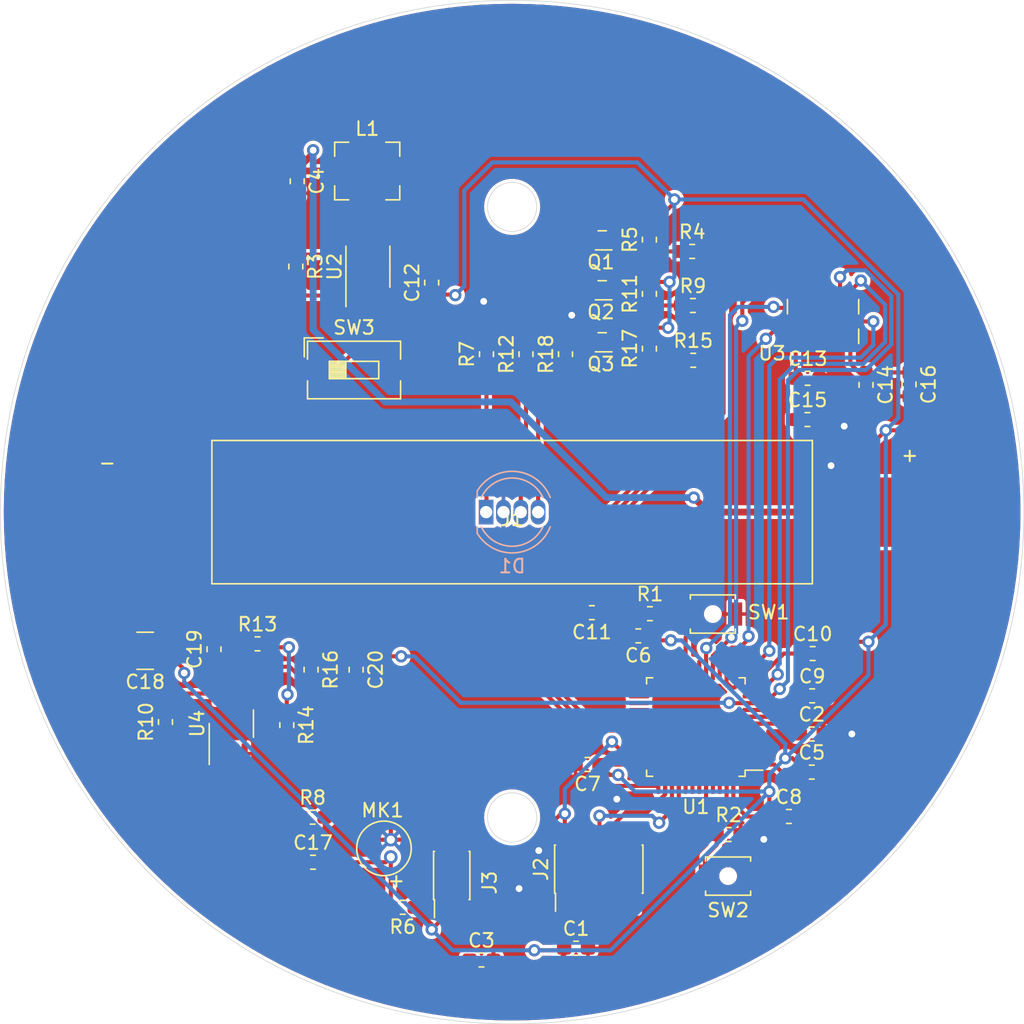
<source format=kicad_pcb>
(kicad_pcb (version 20211014) (generator pcbnew)
  (layers (0 "F.Cu" signal) (31 "B.Cu" signal) (34 "B.Paste" user) (35 "F.Paste" user) (36 "B.SilkS" user "B.Silkscreen") (37 "F.SilkS" user "F.Silkscreen") (38 "B.Mask" user) (39 "F.Mask" user) (44 "Edge.Cuts" user))
  (net 0 "")
  (net 1 "+3V3")
  (net 2 "GND")
  (net 3 "Net-(C2-Pad1)")
  (net 4 "Net-(C4-Pad1)")
  (net 5 "Net-(C17-Pad1)")
  (net 6 "Net-(C17-Pad2)")
  (net 7 "MICRO")
  (net 8 "Net-(D1-Pad1)")
  (net 9 "Net-(D1-Pad3)")
  (net 10 "Net-(D1-Pad4)")
  (net 11 "JTMS-SWDIO")
  (net 12 "JTCK-SWCLK")
  (net 13 "JTDO")
  (net 14 "Net-(J2-Pad7)")
  (net 15 "JTDI")
  (net 16 "JRST")
  (net 17 "Net-(L1-Pad1)")
  (net 18 "Net-(Q1-Pad1)")
  (net 19 "Net-(Q1-Pad3)")
  (net 20 "Net-(Q2-Pad1)")
  (net 21 "Net-(Q2-Pad3)")
  (net 22 "Net-(Q3-Pad3)")
  (net 23 "Net-(Q3-Pad1)")
  (net 24 "/BOOT1")
  (net 25 "/BOOT0")
  (net 26 "Net-(R3-Pad2)")
  (net 27 "LED_R")
  (net 28 "LED_G")
  (net 29 "Net-(R10-Pad1)")
  (net 30 "Net-(R10-Pad2)")
  (net 31 "Net-(R13-Pad2)")
  (net 32 "LED_B")
  (net 33 "Net-(R16-Pad2)")
  (net 34 "Net-(U1-Pad2)")
  (net 35 "Net-(U1-Pad3)")
  (net 36 "Net-(U1-Pad4)")
  (net 37 "Net-(U1-Pad5)")
  (net 38 "Net-(U1-Pad6)")
  (net 39 "AX_INT1")
  (net 40 "AX_INT2")
  (net 41 "AX_CS")
  (net 42 "AX_SCL")
  (net 43 "AX_SDO")
  (net 44 "AX_SDI")
  (net 45 "Net-(U1-Pad18)")
  (net 46 "Net-(U1-Pad19)")
  (net 47 "Net-(U1-Pad21)")
  (net 48 "Net-(U1-Pad22)")
  (net 49 "Net-(U1-Pad25)")
  (net 50 "Net-(U1-Pad26)")
  (net 51 "Net-(U1-Pad27)")
  (net 52 "Net-(U1-Pad28)")
  (net 53 "Net-(U1-Pad32)")
  (net 54 "Net-(U1-Pad33)")
  (net 55 "Net-(U1-Pad41)")
  (net 56 "Net-(U1-Pad42)")
  (net 57 "Net-(U1-Pad43)")
  (net 58 "Net-(U1-Pad45)")
  (net 59 "Net-(U1-Pad46)")
  (net 60 "Net-(U2-Pad2)")
  (net 61 "Net-(U2-Pad3)")
  (net 62 "Net-(U3-Pad3)")
  (net 63 "Net-(U3-Pad10)")
  (net 64 "Net-(U3-Pad11)")
  (footprint "Resistor_SMD:R_0603_1608Metric_Pad1.05x0.95mm_HandSolder" (layer "F.Cu") (at 104.685 131.9532)
    (fp_text reference "C1")
    (fp_text value "100nF, 10V" hide)
  )
  (footprint "Resistor_SMD:R_0603_1608Metric_Pad1.05x0.95mm_HandSolder" (layer "F.Cu") (at 97.7534 132.8168)
    (fp_text reference "C3")
    (fp_text value "1µF, 10V" hide)
  )
  (footprint "Resistor_SMD:R_0603_1608Metric_Pad1.05x0.95mm_HandSolder" (layer "F.Cu") (at 121.957 119.05)
    (fp_text reference "C5")
    (fp_text value "100nF, 10V")
  )
  (footprint "Resistor_SMD:R_0603_1608Metric_Pad1.05x0.95mm_HandSolder" (layer "F.Cu") (at 105.5258 118.4912 180)
    (fp_text reference "C7")
    (fp_text value "100nF, 10V")
  )
  (footprint "Resistor_SMD:R_0603_1608Metric_Pad1.05x0.95mm_HandSolder" (layer "F.Cu") (at 120.2806 122.3012)
    (fp_text reference "C8")
    (fp_text value "100nF, 10V")
  )
  (footprint "Resistor_SMD:R_0603_1608Metric_Pad1.05x0.95mm_HandSolder" (layer "F.Cu") (at 121.985 113.462)
    (fp_text reference "C9")
    (fp_text value "100nF, 10V")
  )
  (footprint "Resistor_SMD:R_0603_1608Metric_Pad1.05x0.95mm_HandSolder" (layer "F.Cu") (at 122.0218 110.3632)
    (fp_text reference "C10")
    (fp_text value "1µF, 10V")
  )
  (footprint "Resistor_SMD:R_0603_1608Metric_Pad1.05x0.95mm_HandSolder" (layer "F.Cu") (at 105.842 107.366 180)
    (fp_text reference "C11")
    (fp_text value "4.7µF, 10V")
  )
  (footprint "Resistor_SMD:R_0603_1608Metric_Pad1.05x0.95mm_HandSolder" (layer "F.Cu") (at 94.1072 83.1852 90)
    (fp_text reference "C12")
    (fp_text value "10µF, 6.3V" hide)
  )
  (footprint "Resistor_SMD:R_0603_1608Metric_Pad1.05x0.95mm_HandSolder" (layer "F.Cu") (at 121.6522 90.1956)
    (fp_text reference "C13")
    (fp_text value "100nF, 10V")
  )
  (footprint "Resistor_SMD:R_0603_1608Metric_Pad1.05x0.95mm_HandSolder" (layer "F.Cu") (at 121.6408 93.2182)
    (fp_text reference "C15")
    (fp_text value "1µF, 10V")
  )
  (footprint "Resistor_SMD:R_0603_1608Metric_Pad1.05x0.95mm_HandSolder" (layer "F.Cu") (at 129.083 90.6388 -90)
    (fp_text reference "C16")
    (fp_text value "1µF, 10V")
  )
  (footprint "Resistor_SMD:R_1210_3225Metric_Pad1.42x2.65mm_HandSolder" (layer "F.Cu") (at 73.1125 110.16 180)
    (fp_text reference "C18")
    (fp_text value "100µF, 6.3V")
  )
  (footprint "Resistor_SMD:R_0603_1608Metric_Pad1.05x0.95mm_HandSolder" (layer "F.Cu") (at 78.156 110.047 90)
    (fp_text reference "C19")
    (fp_text value "10µF, 6.3V")
  )
  (footprint "Inductor_SMD:L_Bourns-SRN4018" (layer "F.Cu") (at 89.3828 75.0064 180)
    (fp_text reference "L1")
    (fp_text value "4.7µH, Isat 2A" hide)
  )
  (footprint "Package_TO_SOT_SMD:SOT-723" (layer "F.Cu") (at 106.604 80.0864 180)
    (fp_text reference "Q1")
    (fp_text value "Q_PMOS_GSD")
  )
  (footprint "Package_TO_SOT_SMD:SOT-723" (layer "F.Cu") (at 106.604 83.744 180)
    (fp_text reference "Q2")
    (fp_text value "Q_PMOS_GSD")
  )
  (footprint "Package_TO_SOT_SMD:SOT-723" (layer "F.Cu") (at 106.604 87.554 180)
    (fp_text reference "Q3")
    (fp_text value "Q_PMOS_GSD")
  )
  (footprint "Resistor_SMD:R_0603_1608Metric_Pad1.05x0.95mm_HandSolder" (layer "F.Cu") (at 110.0978 107.4422)
    (fp_text reference "R1")
    (fp_text value "10K, 63mW")
  )
  (footprint "Resistor_SMD:R_0603_1608Metric_Pad1.05x0.95mm_HandSolder" (layer "F.Cu") (at 115.861 123.622)
    (fp_text reference "R2")
    (fp_text value "10K, 63mW")
  )
  (footprint "Resistor_SMD:R_0603_1608Metric_Pad1.05x0.95mm_HandSolder" (layer "F.Cu") (at 84.1504 82.0054 -90)
    (fp_text reference "R3")
    (fp_text value "1K, 63mW" hide)
  )
  (footprint "Resistor_SMD:R_0603_1608Metric_Pad1.05x0.95mm_HandSolder" (layer "F.Cu") (at 113.1966 80.8992)
    (fp_text reference "R4")
    (fp_text value "1K, 63mW")
  )
  (footprint "Resistor_SMD:R_0603_1608Metric_Pad1.05x0.95mm_HandSolder" (layer "F.Cu") (at 110.0584 80.0356 90)
    (fp_text reference "R5")
    (fp_text value "4K7, 63mW")
  )
  (footprint "Resistor_SMD:R_0603_1608Metric_Pad1.05x0.95mm_HandSolder" (layer "F.Cu") (at 98.1204 88.429 90)
    (fp_text reference "R7")
    (fp_text value "75R, 63mW" hide)
  )
  (footprint "Resistor_SMD:R_0603_1608Metric_Pad1.05x0.95mm_HandSolder" (layer "F.Cu") (at 113.2474 84.8616)
    (fp_text reference "R9")
    (fp_text value "1K, 63mW")
  )
  (footprint "Resistor_SMD:R_0603_1608Metric_Pad1.05x0.95mm_HandSolder" (layer "F.Cu") (at 110.0584 84.0094 90)
    (fp_text reference "R11")
    (fp_text value "4K7, 63mW")
  )
  (footprint "Resistor_SMD:R_0603_1608Metric_Pad1.05x0.95mm_HandSolder" (layer "F.Cu") (at 81.345 109.652)
    (fp_text reference "R13")
    (fp_text value "10K, 63mW")
  )
  (footprint "Resistor_SMD:R_0603_1608Metric_Pad1.05x0.95mm_HandSolder" (layer "F.Cu") (at 83.49 115.607 -90)
    (fp_text reference "R14")
    (fp_text value "10K, 63mW")
  )
  (footprint "Resistor_SMD:R_0603_1608Metric_Pad1.05x0.95mm_HandSolder" (layer "F.Cu") (at 113.2702 88.8748)
    (fp_text reference "R15")
    (fp_text value "1K, 63mW")
  )
  (footprint "Resistor_SMD:R_0603_1608Metric_Pad1.05x0.95mm_HandSolder" (layer "F.Cu") (at 110.0584 88.0226 90)
    (fp_text reference "R17")
    (fp_text value "4K7, 63mW")
  )
  (footprint "Button_Switch_SMD:SW_SPST_B3U-1000P-B" (layer "F.Cu") (at 115.826 126.67 180)
    (fp_text reference "SW2")
    (fp_text value "SW_Push")
  )
  (footprint "Button_Switch_SMD:SW_DIP_SPSTx01_Slide_6.7x4.1mm_W8.61mm_P2.54mm_LowProfile" (layer "F.Cu") (at 88.4176 89.586)
    (fp_text reference "SW3")
    (fp_text value "SW_DIP_x01" hide)
  )
  (footprint "Package_QFP:LQFP-48_7x7mm_P0.5mm" (layer "F.Cu") (at 113.462 115.748 180)
    (fp_text reference "U1")
    (fp_text value "STM32F103C6Tx")
  )
  (footprint "Package_LGA:LGA-14_3x5mm_P0.8mm_LayoutBorder1x6y" (layer "F.Cu") (at 122.7838 86.03 90)
    (fp_text reference "U3")
    (fp_text value "ADXL345")
  )
  (footprint "Package_SO:VSSOP-8_3.0x3.0mm_P0.65mm" (layer "F.Cu") (at 79.426 115.494 90)
    (fp_text reference "U4")
    (fp_text value "INA317")
  )
  (footprint "PCB-Ange:micro_4mm" (layer "F.Cu") (at 91.11 124.638 90)
    (fp_text reference "MK1")
    (fp_text value "Microphone" hide)
  )
  (footprint "Resistor_SMD:R_0603_1608Metric_Pad1.05x0.95mm_HandSolder" (layer "F.Cu") (at 74.6 115.381 90)
    (fp_text reference "R10")
    (fp_text value "249R, 63mW")
  )
  (footprint "Connector_PinHeader_1.27mm:PinHeader_2x02_P1.27mm_Vertical_SMD" (layer "F.Cu") (at 95.575 126.625 90)
    (fp_text reference "J3")
    (fp_text value "Conn_02x02_Odd_Even" hide)
  )
  (footprint "Connector_PinHeader_1.27mm:PinHeader_2x05_P1.27mm_Vertical_SMD" (layer "F.Cu") (at 106.35 126.162 90)
    (fp_text reference "J2")
    (fp_text value "Conn_02x05_Odd_Even" hide)
  )
  (footprint "Resistor_SMD:R_0603_1608Metric_Pad1.05x0.95mm_HandSolder" (layer "F.Cu") (at 91.985 128.956 180)
    (fp_text reference "R6")
    (fp_text value "2K55, 63mW" hide)
  )
  (footprint "Resistor_SMD:R_0603_1608Metric_Pad1.05x0.95mm_HandSolder" (layer "F.Cu") (at 85.381 122.352)
    (fp_text reference "R8")
    (fp_text value "47K, 63mW" hide)
  )
  (footprint "Resistor_SMD:R_0603_1608Metric_Pad1.05x0.95mm_HandSolder" (layer "F.Cu") (at 85.409 125.654)
    (fp_text reference "C17")
    (fp_text value "10µF, 6.3V" hide)
  )
  (footprint "Resistor_SMD:R_0603_1608Metric_Pad1.05x0.95mm_HandSolder" (layer "F.Cu") (at 88.57 111.543 -90)
    (fp_text reference "C20")
    (fp_text value "100nF, 6.3V")
  )
  (footprint "Resistor_SMD:R_0603_1608Metric_Pad1.05x0.95mm_HandSolder" (layer "F.Cu") (at 85.268 111.543 -90)
    (fp_text reference "R16")
    (fp_text value "78R7, 63mW")
  )
  (footprint "Resistor_SMD:R_0603_1608Metric_Pad1.05x0.95mm_HandSolder" (layer "F.Cu") (at 121.957 116.256)
    (fp_text reference "C2")
    (fp_text value "100nF, 10V")
  )
  (footprint "Resistor_SMD:R_0603_1608Metric_Pad1.05x0.95mm_HandSolder" (layer "F.Cu") (at 101.016 88.429 90)
    (fp_text reference "R12")
    (fp_text value "15R, 63mW")
  )
  (footprint "PCB-Ange:Keystone_SMD_5230_AAA" (layer "F.Cu") (at 100 100)
    (fp_text reference "J1")
    (fp_text value "Alim")
  )
  (footprint "Resistor_SMD:R_0603_1608Metric_Pad1.05x0.95mm_HandSolder" (layer "F.Cu") (at 125.9334 90.6782 -90)
    (fp_text reference "C14")
    (fp_text value "100nF, 10V")
  )
  (footprint "Resistor_SMD:R_0603_1608Metric_Pad1.05x0.95mm_HandSolder" (layer "F.Cu") (at 109.2456 109.0678 180)
    (fp_text reference "C6")
    (fp_text value "100nF, 10V")
  )
  (footprint "Button_Switch_SMD:SW_SPST_B3U-1000P-B" (layer "F.Cu") (at 114.7066 107.4676)
    (fp_text reference "SW1")
    (fp_text value "SW_Push")
  )
  (footprint "Resistor_SMD:R_0603_1608Metric_Pad1.05x0.95mm_HandSolder" (layer "F.Cu") (at 103.9116 88.429 90)
    (fp_text reference "R18")
    (fp_text value "5R, 63mW")
  )
  (footprint "Package_SO:MSOP-8_3x3mm_P0.65mm" (layer "F.Cu") (at 89.4336 82.0168 90)
    (fp_text reference "U2")
    (fp_text value "MCP1642B" hide)
  )
  (footprint "Resistor_SMD:R_0603_1608Metric_Pad1.05x0.95mm_HandSolder" (layer "F.Cu") (at 84.252 75.757 -90)
    (fp_text reference "C4")
    (fp_text value "10µF, 6.3V" hide)
  )
  (footprint "LED_THT:LED_D5.0mm-4_RGB" (layer "B.Cu") (at 98.095 100)
    (fp_text reference "D1")
    (fp_text value "LED_RCGB")
  )
  (gr_circle (center 100 122.365) (end 101.8 122.365) (layer "Edge.Cuts") (width 0.05) (fill none))
  (gr_circle (center 100 100) (end 137.5 100) (layer "Edge.Cuts") (width 0.05) (fill none))
  (gr_circle (center 100 77.635) (end 101.8 77.635) (layer "Edge.Cuts") (width 0.05) (fill none))
  (segment (start 131.3436 90.9576) (end 130.1498 89.7638) (width 0.3) (layer "F.Cu") (net 1))
  (segment (start 125.9334 89.8032) (end 125.4584 89.8032) (width 0.3) (layer "F.Cu") (net 1))
  (segment (start 131.3436 93.1928) (end 131.3436 90.9576) (width 0.3) (layer "F.Cu") (net 1))
  (segment (start 117.9832 112.2936) (end 116.8656 112.2936) (width 0.3) (layer "F.Cu") (net 1))
  (segment (start 79.101 113.294) (end 79.101 111.392) (width 0.3) (layer "F.Cu") (net 1))
  (segment (start 118.8468 120.4724) (end 118.8468 121.7424) (width 0.3) (layer "F.Cu") (net 1))
  (segment (start 96.8784 133.2918) (end 96.8784 132.8168) (width 0.3) (layer "F.Cu") (net 1))
  (segment (start 107.1854 87.1476) (end 107.179 87.154) (width 0.3) (layer "F.Cu") (net 1))
  (segment (start 75.9716 111.5316) (end 75.9716 111.7856) (width 0.3) (layer "F.Cu") (net 1))
  (segment (start 110.0584 87.1476) (end 107.1854 87.1476) (width 0.3) (layer "F.Cu") (net 1))
  (segment (start 121.5354 109.4996) (end 121.1468 109.8882) (width 0.3) (layer "F.Cu") (net 1))
  (segment (start 118.276 126.67) (end 119.4056 125.5404) (width 0.3) (layer "F.Cu") (net 1))
  (segment (start 120.7772 93.2068) (end 120.7658 93.2182) (width 0.3) (layer "F.Cu") (net 1))
  (segment (start 116.212 121.3428) (end 116.212 119.9105) (width 0.3) (layer "F.Cu") (net 1))
  (segment (start 90.4777 84.0602) (end 90.4086 84.1293) (width 0.3) (layer "F.Cu") (net 1))
  (segment (start 111.5316 83.1344) (end 110.0584 83.1344) (width 0.3) (layer "F.Cu") (net 1))
  (segment (start 110.1206 110.9941) (end 110.712 111.5855) (width 0.3) (layer "F.Cu") (net 1))
  (segment (start 116.8656 112.2936) (end 116.3068 112.8524) (width 0.3) (layer "F.Cu") (net 1))
  (segment (start 103.6576 132.1056) (end 103.81 131.9532) (width 0.3) (layer "F.Cu") (net 1))
  (segment (start 110.1206 109.0678) (end 110.1206 108.34) (width 0.3) (layer "F.Cu") (net 1))
  (segment (start 121.11 110.4) (end 121.1468 110.3632) (width 0.3) (layer "F.Cu") (net 1))
  (segment (start 78.156 110.922) (end 79.675 110.922) (width 0.3) (layer "F.Cu") (net 1))
  (segment (start 110.7188 86.4872) (end 110.0584 87.1476) (width 0.3) (layer "F.Cu") (net 1))
  (segment (start 117.1704 122.3012) (end 116.212 121.3428) (width 0.3) (layer "F.Cu") (net 1))
  (segment (start 121.11 114.0944) (end 121.11 113.462) (width 0.3) (layer "F.Cu") (net 1))
  (segment (start 117.526 126.67) (end 118.276 126.67) (width 0.3) (layer "F.Cu") (net 1))
  (segment (start 108.6804 83.344) (end 107.179 83.344) (width 0.3) (layer "F.Cu") (net 1))
  (segment (start 110.1206 108.34) (end 109.2228 107.4422) (width 0.3) (layer "F.Cu") (net 1))
  (segment (start 121.1468 109.8882) (end 121.1468 110.3632) (width 0.3) (layer "F.Cu") (net 1))
  (segment (start 97.3686 133.782) (end 96.8784 133.2918) (width 0.3) (layer "F.Cu") (net 1))
  (segment (start 119.4056 125.5404) (end 119.4056 122.3012) (width 0.3) (layer "F.Cu") (net 1))
  (segment (start 125.4584 89.8032) (end 124.7838 89.1286) (width 0.3) (layer "F.Cu") (net 1))
  (segment (start 120.7658 94.2482) (end 120.7658 93.2182) (width 0.3) (layer "F.Cu") (net 1))
  (segment (start 118.8468 121.7424) (end 119.4056 122.3012) (width 0.3) (layer "F.Cu") (net 1))
  (segment (start 78.631 110.922) (end 78.156 110.922) (width 0.3) (layer "F.Cu") (net 1))
  (segment (start 126.416 94.9708) (end 121.4884 94.9708) (width 0.3) (layer "F.Cu") (net 1))
  (segment (start 108.89 83.1344) (end 108.6804 83.344) (width 0.3) (layer "F.Cu") (net 1))
  (segment (start 120.7064 114.498) (end 121.11 114.0944) (width 0.3) (layer "F.Cu") (net 1))
  (segment (start 94.1072 130.2032) (end 92.86 128.956) (width 0.3) (layer "F.Cu") (net 1))
  (segment (start 94.1072 130.5816) (end 94.94 129.7488) (width 0.3) (layer "F.Cu") (net 1))
  (segment (start 127.3812 94.0056) (end 130.5308 94.0056) (width 0.3) (layer "F.Cu") (net 1))
  (segment (start 107.1628 119.2532) (end 106.4008 118.4912) (width 0.3) (layer "F.Cu") (net 1))
  (segment (start 119.4056 122.3012) (end 117.1704 122.3012) (width 0.3) (layer "F.Cu") (net 1))
  (segment (start 120.7772 90.1956) (end 120.7772 87.0366) (width 0.3) (layer "F.Cu") (net 1))
  (segment (start 80.47 110.127) (end 80.47 109.652) (width 0.3) (layer "F.Cu") (net 1))
  (segment (start 109.2995 118.498) (end 106.4076 118.498) (width 0.3) (layer "F.Cu") (net 1))
  (segment (start 116.3068 112.8524) (end 116.0528 112.8524) (width 0.3) (layer "F.Cu") (net 1))
  (segment (start 103.81 131.9532) (end 103.81 128.112) (width 0.3) (layer "F.Cu") (net 1))
  (segment (start 110.0584 83.1344) (end 108.89 83.1344) (width 0.3) (layer "F.Cu") (net 1))
  (segment (start 127.3812 94.0056) (end 126.416 94.9708) (width 0.3) (layer "F.Cu") (net 1))
  (segment (start 129.083 89.7638) (end 125.9728 89.7638) (width 0.3) (layer "F.Cu") (net 1))
  (segment (start 79.675 110.922) (end 80.47 110.127) (width 0.3) (layer "F.Cu") (net 1))
  (segment (start 120.7772 87.0366) (end 120.7838 87.03) (width 0.3) (layer "F.Cu") (net 1))
  (segment (start 115.712 112.5116) (end 115.712 111.5855) (width 0.3) (layer "F.Cu") (net 1))
  (segment (start 121.082 118.575) (end 120.541 118.034) (width 0.3) (layer "F.Cu") (net 1))
  (segment (start 74.6 110.16) (end 75.9716 111.5316) (width 0.3) (layer "F.Cu") (net 1))
  (segment (start 94.1072 84.0602) (end 90.4777 84.0602) (width 0.3) (layer "F.Cu") (net 1))
  (segment (start 110.0584 79.1606) (end 108.7998 79.1606) (width 0.3) (layer "F.Cu") (net 1))
  (segment (start 94.1072 130.5816) (end 94.1072 130.2032) (width 0.3) (layer "F.Cu") (net 1))
  (segment (start 102.4562 133.782) (end 97.3686 133.782) (width 0.3) (layer "F.Cu") (net 1))
  (segment (start 111.8872 77.0892) (end 111.8872 77.3318) (width 0.3) (layer "F.Cu") (net 1))
  (segment (start 106.7932 107.4422) (end 106.717 107.366) (width 0.3) (layer "F.Cu") (net 1))
  (segment (start 75.362 110.922) (end 74.6 110.16) (width 0.3) (layer "F.Cu") (net 1))
  (segment (start 107.7724 119.2532) (end 107.1628 119.2532) (width 0.3) (layer "F.Cu") (net 1))
  (segment (start 124.7838 89.1286) (end 124.7838 87.03) (width 0.3) (layer "F.Cu") (net 1))
  (segment (start 121.082 119.05) (end 121.082 118.575) (width 0.3) (layer "F.Cu") (net 1))
  (segment (start 119.7612 119.05) (end 119.2092 118.498) (width 0.3) (layer "F.Cu") (net 1))
  (segment (start 94.94 129.7488) (end 94.94 128.575) (width 0.3) (layer "F.Cu") (net 1))
  (segment (start 116.0528 112.8524) (end 115.712 112.5116) (width 0.3) (layer "F.Cu") (net 1))
  (segment (start 130.1498 89.7638) (end 129.083 89.7638) (width 0.3) (layer "F.Cu") (net 1))
  (segment (start 121.082 119.05) (end 119.7612 119.05) (width 0.3) (layer "F.Cu") (net 1))
  (segment (start 103.81 132.4282) (end 102.4562 133.782) (width 0.3) (layer "F.Cu") (net 1))
  (segment (start 121.11 113.462) (end 121.11 110.4) (width 0.3) (layer "F.Cu") (net 1))
  (segment (start 106.4076 118.498) (end 106.4008 118.4912) (width 0.3) (layer "F.Cu") (net 1))
  (segment (start 94.1072 84.0602) (end 95.795 84.0602) (width 0.3) (layer "F.Cu") (net 1))
  (segment (start 78.156 110.922) (end 75.362 110.922) (width 0.3) (layer "F.Cu") (net 1))
  (segment (start 108.7998 79.1606) (end 108.274 79.6864) (width 0.3) (layer "F.Cu") (net 1))
  (segment (start 101.6256 132.1056) (end 103.6576 132.1056) (width 0.3) (layer "F.Cu") (net 1))
  (segment (start 120.541 118.034) (end 120.015202 118.034) (width 0.3) (layer "F.Cu") (net 1))
  (segment (start 117.6245 114.498) (end 120.7064 114.498) (width 0.3) (layer "F.Cu") (net 1))
  (segment (start 125.9728 89.7638) (end 125.9334 89.8032) (width 0.3) (layer "F.Cu") (net 1))
  (segment (start 108.274 79.6864) (end 107.179 79.6864) (width 0.3) (layer "F.Cu") (net 1))
  (segment (start 121.4884 94.9708) (end 120.7658 94.2482) (width 0.3) (layer "F.Cu") (net 1))
  (segment (start 120.7772 90.1956) (end 120.7772 93.2068) (width 0.3) (layer "F.Cu") (net 1))
  (segment (start 111.43 86.4872) (end 110.7188 86.4872) (width 0.3) (layer "F.Cu") (net 1))
  (segment (start 121.1468 110.3632) (end 119.9136 110.3632) (width 0.3) (layer "F.Cu") (net 1))
  (segment (start 95.795 84.0602) (end 95.8344 84.0996) (width 0.3) (layer "F.Cu") (net 1))
  (segment (start 109.2228 107.4422) (end 106.7932 107.4422) (width 0.3) (layer "F.Cu") (net 1))
  (segment (start 119.2092 118.498) (end 117.6245 118.498) (width 0.3) (layer "F.Cu") (net 1))
  (segment (start 111.6332 109.398) (end 110.4508 109.398) (width 0.3) (layer "F.Cu") (net 1))
  (segment (start 130.5308 94.0056) (end 131.3436 93.1928) (width 0.3) (layer "F.Cu") (net 1))
  (segment (start 103.81 131.9532) (end 103.81 132.4282) (width 0.3) (layer "F.Cu") (net 1))
  (segment (start 110.1206 109.0678) (end 110.1206 110.9941) (width 0.3) (layer "F.Cu") (net 1))
  (segment (start 110.4508 109.398) (end 110.1206 109.0678) (width 0.3) (layer "F.Cu") (net 1))
  (segment (start 126.1112 109.4996) (end 121.5354 109.4996) (width 0.3) (layer "F.Cu") (net 1))
  (segment (start 79.101 111.392) (end 78.631 110.922) (width 0.3) (layer "F.Cu") (net 1))
  (segment (start 119.9136 110.3632) (end 117.9832 112.2936) (width 0.3) (layer "F.Cu") (net 1))
  (segment (start 111.8872 77.3318) (end 110.0584 79.1606) (width 0.3) (layer "F.Cu") (net 1))
  (via (at 101.6256 132.1056) (size 0.9) (drill 0.5) (layers "F.Cu" "B.Cu") (net 1))
  (via (at 95.8344 84.0996) (size 0.9) (drill 0.5) (layers "F.Cu" "B.Cu") (net 1))
  (via (at 111.43 86.4872) (size 0.9) (drill 0.5) (layers "F.Cu" "B.Cu") (net 1))
  (via (at 107.7724 119.2532) (size 0.9) (drill 0.5) (layers "F.Cu" "B.Cu") (net 1))
  (via (at 127.3812 94.0056) (size 0.9) (drill 0.5) (layers "F.Cu" "B.Cu") (net 1))
  (via (at 126.1112 109.4996) (size 0.9) (drill 0.5) (layers "F.Cu" "B.Cu") (net 1))
  (via (at 94.1072 130.5816) (size 0.9) (drill 0.5) (layers "F.Cu" "B.Cu") (net 1))
  (via (at 111.5316 83.1344) (size 0.9) (drill 0.5) (layers "F.Cu" "B.Cu") (net 1))
  (via (at 120.015202 118.034) (size 0.9) (drill 0.5) (layers "F.Cu" "B.Cu") (net 1))
  (via (at 75.9716 111.7856) (size 0.9) (drill 0.5) (layers "F.Cu" "B.Cu") (net 1))
  (via (at 111.6332 109.398) (size 0.9) (drill 0.5) (layers "F.Cu" "B.Cu") (net 1))
  (via (at 118.8468 120.4724) (size 0.9) (drill 0.5) (layers "F.Cu" "B.Cu") (net 1))
  (via (at 111.8872 77.0892) (size 0.9) (drill 0.5) (layers "F.Cu" "B.Cu") (net 1))
  (segment (start 120.015202 116.991206) (end 120.015202 117.397604) (width 0.3) (layer "B.Cu") (net 1))
  (segment (start 94.1072 130.5816) (end 75.9716 112.446) (width 0.3) (layer "B.Cu") (net 1))
  (segment (start 118.8468 119.202402) (end 120.015202 118.034) (width 0.3) (layer "B.Cu") (net 1))
  (segment (start 111.5316 83.1344) (end 111.5316 86.3856) (width 0.3) (layer "B.Cu") (net 1))
  (segment (start 107.2136 132.1056) (end 101.6256 132.1056) (width 0.3) (layer "B.Cu") (net 1))
  (segment (start 111.5316 86.3856) (end 111.43 86.4872) (width 0.3) (layer "B.Cu") (net 1))
  (segment (start 95.6312 132.1056) (end 94.1072 130.5816) (width 0.3) (layer "B.Cu") (net 1))
  (segment (start 96.4948 83.4392) (end 96.4948 76.4302) (width 0.3) (layer "B.Cu") (net 1))
  (segment (start 111.8872 82.7788) (end 111.5316 83.1344) (width 0.3) (layer "B.Cu") (net 1))
  (segment (start 96.4948 76.4302) (end 98.55 74.375) (width 0.3) (layer "B.Cu") (net 1))
  (segment (start 112.421996 109.398) (end 120.015202 116.991206) (width 0.3) (layer "B.Cu") (net 1))
  (segment (start 127.3812 108.2296) (end 126.1112 109.4996) (width 0.3) (layer "B.Cu") (net 1))
  (segment (start 121.336 77.0892) (end 128.2956 84.0488) (width 0.3) (layer "B.Cu") (net 1))
  (segment (start 109.173 74.375) (end 111.8872 77.0892) (width 0.3) (layer "B.Cu") (net 1))
  (segment (start 108.9916 120.4724) (end 107.7724 119.2532) (width 0.3) (layer "B.Cu") (net 1))
  (segment (start 127.3812 94.0056) (end 127.3812 108.2296) (width 0.3) (layer "B.Cu") (net 1))
  (segment (start 111.8872 77.0892) (end 111.8872 82.7788) (width 0.3) (layer "B.Cu") (net 1))
  (segment (start 98.55 74.375) (end 109.173 74.375) (width 0.3) (layer "B.Cu") (net 1))
  (segment (start 118.8468 120.4724) (end 107.2136 132.1056) (width 0.3) (layer "B.Cu") (net 1))
  (segment (start 101.6256 132.1056) (end 95.6312 132.1056) (width 0.3) (layer "B.Cu") (net 1))
  (segment (start 128.2956 93.0912) (end 127.3812 94.0056) (width 0.3) (layer "B.Cu") (net 1))
  (segment (start 128.2956 84.0488) (end 128.2956 93.0912) (width 0.3) (layer "B.Cu") (net 1))
  (segment (start 75.9716 112.446) (end 75.9716 111.7856) (width 0.3) (layer "B.Cu") (net 1))
  (segment (start 126.1112 111.938002) (end 120.465201 117.584001) (width 0.3) (layer "B.Cu") (net 1))
  (segment (start 120.465201 117.584001) (end 120.015202 118.034) (width 0.3) (layer "B.Cu") (net 1))
  (segment (start 120.015202 117.397604) (end 120.015202 118.034) (width 0.3) (layer "B.Cu") (net 1))
  (segment (start 95.8344 84.0996) (end 96.4948 83.4392) (width 0.3) (layer "B.Cu") (net 1))
  (segment (start 118.8468 120.4724) (end 108.9916 120.4724) (width 0.3) (layer "B.Cu") (net 1))
  (segment (start 118.8468 120.4724) (end 118.8468 119.202402) (width 0.3) (layer "B.Cu") (net 1))
  (segment (start 111.6332 109.398) (end 112.421996 109.398) (width 0.3) (layer "B.Cu") (net 1))
  (segment (start 111.8872 77.0892) (end 121.336 77.0892) (width 0.3) (layer "B.Cu") (net 1))
  (segment (start 126.1112 109.4996) (end 126.1112 111.938002) (width 0.3) (layer "B.Cu") (net 1))
  (segment (start 87.432 124.003) (end 86.256 122.827) (width 0.3) (layer "F.Cu") (net 2))
  (segment (start 97.0536 82.982) (end 96.3818 82.3102) (width 0.3) (layer "F.Cu") (net 2))
  (segment (start 105.08 126.612) (end 105.08 128.112) (width 0.3) (layer "F.Cu") (net 2))
  (segment (start 121.6806 122.3012) (end 122.832 121.1498) (width 0.3) (layer "F.Cu") (net 2))
  (segment (start 91.978 124.003) (end 91.11 124.003) (width 0.3) (layer "F.Cu") (net 2))
  (segment (start 86.058 116.482) (end 88.57 113.97) (width 0.3) (layer "F.Cu") (net 2))
  (segment (start 124.3332 93.7008) (end 122.9984 93.7008) (width 0.3) (layer "F.Cu") (net 2))
  (segment (start 108.89 126.612) (end 108.7956 126.5176) (width 0.3) (layer "F.Cu") (net 2))
  (segment (start 83.1852 76.632) (end 84.252 76.632) (width 0.3) (layer "F.Cu") (net 2))
  (segment (start 122.1298 88.2462) (end 121.5838 87.7002) (width 0.3) (layer "F.Cu") (net 2))
  (segment (start 100.5334 127.3558) (end 99.3142 128.575) (width 0.3) (layer "F.Cu") (net 2))
  (segment (start 79.101 116.669) (end 79.101 117.694) (width 0.3) (layer "F.Cu") (net 2))
  (segment (start 94.2596 108.5344) (end 92.8372 107.112) (width 0.3) (layer "F.Cu") (net 2))
  (segment (start 123.1838 88.2462) (end 123.1838 87.505) (width 0.3) (layer "F.Cu") (net 2))
  (segment (start 106.4444 126.5176) (end 106.35 126.612) (width 0.3) (layer "F.Cu") (net 2))
  (segment (start 118.362 114.998) (end 117.6245 114.998) (width 0.3) (layer "F.Cu") (net 2))
  (segment (start 111.212 112.323) (end 111.212 111.5855) (width 0.3) (layer "F.Cu") (net 2))
  (segment (start 89.1086 72.8526) (end 88.1128 71.8568) (width 0.3) (layer "F.Cu") (net 2))
  (segment (start 129.083 91.5138) (end 125.9728 91.5138) (width 0.3) (layer "F.Cu") (net 2))
  (segment (start 97.0536 84.6584) (end 97.8156 84.6584) (width 0.3) (layer "F.Cu") (net 2))
  (segment (start 105.1744 126.5176) (end 101.3716 126.5176) (width 0.3) (layer "F.Cu") (net 2))
  (segment (start 116.4066 106.0942) (end 116.4066 107.4676) (width 0.3) (layer "F.Cu") (net 2))
  (segment (start 92.7226 89.586) (end 94.2426 89.586) (width 0.3) (layer "F.Cu") (net 2))
  (segment (start 122.9984 93.7008) (end 122.5158 93.2182) (width 0.3) (layer "F.Cu") (net 2))
  (segment (start 122.5272 90.1956) (end 123.0522 90.1956) (width 0.3) (layer "F.Cu") (net 2))
  (segment (start 80.588 116.482) (end 79.288 116.482) (width 0.3) (layer "F.Cu") (net 2))
  (segment (start 107.8956 103.9624) (end 110.414 103.9624) (width 0.3) (layer "F.Cu") (net 2))
  (segment (start 122.86 110.4) (end 122.8968 110.3632) (width 0.3) (layer "F.Cu") (net 2))
  (segment (start 123.1838 88.2462) (end 122.1298 88.2462) (width 0.3) (layer "F.Cu") (net 2))
  (segment (start 111.212 111.5855) (end 111.212 112.5116) (width 0.3) (layer "F.Cu") (net 2))
  (segment (start 92.225 125.575) (end 92.225 124.25) (width 0.3) (layer "F.Cu") (net 2))
  (segment (start 115.712 121.482604) (end 115.712 120.648) (width 0.3) (layer "F.Cu") (net 2))
  (segment (start 106.862046 117.4752) (end 105.1918 117.4752) (width 0.3) (layer "F.Cu") (net 2))
  (segment (start 106.35 126.612) (end 106.35 128.112) (width 0.3) (layer "F.Cu") (net 2))
  (segment (start 121.5838 87.7002) (end 121.5838 87.03) (width 0.3) (layer "F.Cu") (net 2))
  (segment (start 96.21 127.11) (end 95.625 126.525) (width 0.3) (layer "F.Cu") (net 2))
  (segment (start 99.3142 128.575) (end 98.675 128.575) (width 0.3) (layer "F.Cu") (net 2))
  (segment (start 105.56 131.9532) (end 105.56 130.5536) (width 0.3) (layer "F.Cu") (net 2))
  (segment (start 122.832 116.256) (end 122.832 113.49) (width 0.3) (layer "F.Cu") (net 2))
  (segment (start 96.21 128.575) (end 96.21 127.11) (width 0.3) (layer "F.Cu") (net 2))
  (segment (start 90.489 82.3102) (end 89.7586 81.5798) (width 0.3) (layer "F.Cu") (net 2))
  (segment (start 96.19 102.286) (end 92.7226 98.8186) (width 0.3) (layer "F.Cu") (net 2))
  (segment (start 110.5156 112.7508) (end 108.3706 110.6058) (width 0.3) (layer "F.Cu") (net 2))
  (segment (start 97.0536 84.6584) (end 97.0536 82.982) (width 0.3) (layer "F.Cu") (net 2))
  (segment (start 113.85326 114.998) (end 110.85326 117.998) (width 0.3) (layer "F.Cu") (net 2))
  (segment (start 78.156 108.2296) (end 78.156 109.172) (width 0.3) (layer "F.Cu") (net 2))
  (segment (start 92.7226 98.8186) (end 92.7226 89.586) (width 0.3) (layer "F.Cu") (net 2))
  (segment (start 105.56 130.5536) (end 105.08 130.0736) (width 0.3) (layer "F.Cu") (net 2))
  (segment (start 123.1838 90.064) (end 123.1838 88.2462) (width 0.3) (layer "F.Cu") (net 2))
  (segment (start 108.89 128.112) (end 108.89 126.612) (width 0.3) (layer "F.Cu") (net 2))
  (segment (start 122.5272 90.6706) (end 122.5272 90.1956) (width 0.3) (layer "F.Cu") (net 2))
  (segment (start 122.832 119.525) (end 122.832 119.05) (width 0.3) (layer "F.Cu") (net 2))
  (segment (start 76.6718 107.1628) (end 72.6188 107.1628) (width 0.3) (layer "F.Cu") (net 2))
  (segment (start 78.156 109.172) (end 78.156 108.647) (width 0.3) (layer "F.Cu") (net 2))
  (segment (start 123.9838 87.505) (end 123.9838 87.03) (width 0.3) (layer "F.Cu") (net 2))
  (segment (start 122.5272 93.2068) (end 122.5158 93.2182) (width 0.3) (layer "F.Cu") (net 2))
  (segment (start 86.256 122.827) (end 86.256 122.352) (width 0.3) (layer "F.Cu") (net 2))
  (segment (start 72.6188 107.1628) (end 71.625 108.1566) (width 0.3) (layer "F.Cu") (net 2))
  (segment (start 123.1838 88.2462) (end 123.477586 88.2462) (width 0.3) (layer "F.Cu") (net 2))
  (segment (start 98.279 102.286) (end 96.19 102.286) (width 0.3) (layer "F.Cu") (net 2))
  (segment (start 122.86 113.462) (end 122.86 110.4) (width 0.3) (layer "F.Cu") (net 2))
  (segment (start 113.716 96.5964) (end 123.368 96.5964) (width 0.3) (layer "F.Cu") (net 2))
  (segment (start 116.736 122.506604) (end 115.712 121.482604) (width 0.3) (layer "F.Cu") (net 2))
  (segment (start 124.892 116.256) (end 122.832 116.256) (width 0.3) (layer "F.Cu") (net 2))
  (segment (start 110.9728 112.7508) (end 110.5156 112.7508) (width 0.3) (layer "F.Cu") (net 2))
  (segment (start 91.11 120.6248) (end 91.11 124.003) (width 0.3) (layer "F.Cu") (net 2))
  (segment (start 79.2736 107.112) (end 78.156 108.2296) (width 0.3) (layer "F.Cu") (net 2))
  (segment (start 111.212 112.5116) (end 110.9728 112.7508) (width 0.3) (layer "F.Cu") (net 2))
  (segment (start 125.9334 91.5532) (end 123.4098 91.5532) (width 0.3) (layer "F.Cu") (net 2))
  (segment (start 122.832 121.1498) (end 122.832 119.525) (width 0.3) (layer "F.Cu") (net 2))
  (segment (start 108.7956 126.5176) (end 106.4444 126.5176) (width 0.3) (layer "F.Cu") (net 2))
  (segment (start 92.8372 107.112) (end 92.8372 105.6388) (width 0.3) (layer "F.Cu") (net 2))
  (segment (start 91.11 124.003) (end 87.432 124.003) (width 0.3) (layer "F.Cu") (net 2))
  (segment (start 93.175 126.525) (end 92.225 125.575) (width 0.3) (layer "F.Cu") (net 2))
  (segment (start 92.225 124.25) (end 91.978 124.003) (width 0.3) (layer "F.Cu") (net 2))
  (segment (start 99.365 100) (end 99.365 101.2) (width 0.3) (layer "F.Cu") (net 2))
  (segment (start 118.0848 123.622) (end 118.4404 123.9776) (width 0.3) (layer "F.Cu") (net 2))
  (segment (start 95.625 126.525) (end 93.175 126.525) (width 0.3) (layer "F.Cu") (net 2))
  (segment (start 115.712 120.648) (end 115.712 119.9105) (width 0.3) (layer "F.Cu") (net 2))
  (segment (start 104.967 107.366) (end 104.967 106.891) (width 0.3) (layer "F.Cu") (net 2))
  (segment (start 122.5272 90.1956) (end 122.5272 93.2068) (width 0.3) (layer "F.Cu") (net 2))
  (segment (start 99.365 101.2) (end 98.279 102.286) (width 0.3) (layer "F.Cu") (net 2))
  (segment (start 121.1556 122.3012) (end 121.6806 122.3012) (width 0.3) (layer "F.Cu") (net 2))
  (segment (start 89.7586 81.021) (end 89.7586 79.9043) (width 0.3) (layer "F.Cu") (net 2))
  (segment (start 94.2426 89.586) (end 97.0536 86.775) (width 0.3) (layer "F.Cu") (net 2))
  (segment (start 110.414 103.9624) (end 114.2748 103.9624) (width 0.3) (layer "F.Cu") (net 2))
  (segment (start 98.6284 132.8168) (end 98.6284 128.6216) (width 0.3) (layer "F.Cu") (net 2))
  (segment (start 100.5334 127.559) (end 100.508 127.5844) (width 0.3) (layer "F.Cu") (net 2))
  (segment (start 94.5644 117.1704) (end 91.11 120.6248) (width 0.3) (layer "F.Cu") (net 2))
  (segment (start 80.401 116.669) (end 80.401 117.694) (width 0.3) (layer "F.Cu") (net 2))
  (segment (start 78.156 108.647) (end 76.6718 107.1628) (width 0.3) (layer "F.Cu") (net 2))
  (segment (start 82.5248 75.9716) (end 83.1852 76.632) (width 0.3) (layer "F.Cu") (net 2))
  (segment (start 98.6284 128.6216) (end 98.675 128.575) (width 0.3) (layer "F.Cu") (net 2))
  (segment (start 89.7586 81.021) (end 89.403 81.021) (width 0.3) (layer "F.Cu") (net 2))
  (segment (start 88.57 112.418) (end 93.1192 112.418) (width 0.3) (layer "F.Cu") (net 2))
  (segment (start 105.8674 109.0678) (end 104.967 108.1674) (width 0.3) (layer "F.Cu") (net 2))
  (segment (start 122.832 115.781) (end 122.049 114.998) (width 0.3) (layer "F.Cu") (net 2))
  (segment (start 110.85326 117.998) (end 109.2995 117.998) (width 0.3) (layer "F.Cu") (net 2))
  (segment (start 111.212 112.35674) (end 111.212 112.323) (width 0.3) (layer "F.Cu") (net 2))
  (segment (start 93.1192 112.418) (end 94.2596 111.2776) (width 0.3) (layer "F.Cu") (net 2))
  (segment (start 84.0996 71.8568) (end 82.5248 73.4316) (width 0.3) (layer "F.Cu") (net 2))
  (segment (start 71.625 108.1566) (end 71.625 110.16) (width 0.3) (layer "F.Cu") (net 2))
  (segment (start 79.288 116.482) (end 79.101 116.669) (width 0.3) (layer "F.Cu") (net 2))
  (segment (start 108.3706 110.6058) (end 108.3706 109.0678) (width 0.3) (layer "F.Cu") (net 2))
  (segment (start 105.08 130.0736) (end 105.08 128.112) (width 0.3) (layer "F.Cu") (net 2))
  (segment (start 80.588 116.482) (end 80.401 116.669) (width 0.3) (layer "F.Cu") (net 2))
  (segment (start 89.7586 81.5798) (end 89.7586 81.021) (width 0.3) (layer "F.Cu") (net 2))
  (segment (start 101.3716 126.5176) (end 100.5334 127.3558) (width 0.3) (layer "F.Cu") (net 2))
  (segment (start 88.57 113.97) (end 88.57 112.418) (width 0.3) (layer "F.Cu") (net 2))
  (segment (start 104.967 106.891) (end 107.8956 103.9624) (width 0.3) (layer "F.Cu") (net 2))
  (segment (start 104.967 108.1674) (end 104.967 107.366) (width 0.3) (layer "F.Cu") (net 2))
  (segment (start 117.6245 114.998) (end 113.85326 114.998) (width 0.3) (layer "F.Cu") (net 2))
  (segment (start 89.1086 80.7266) (end 89.1086 79.9043) (width 0.3) (layer "F.Cu") (net 2))
  (segment (start 92.8372 105.6388) (end 96.19 102.286) (width 0.3) (layer "F.Cu") (net 2))
  (segment (start 71.31 105.854) (end 71.31 100) (width 0.3) (layer "F.Cu") (net 2))
  (segment (start 82.5248 73.4316) (end 82.5248 75.9716) (width 0.3) (layer "F.Cu") (net 2))
  (segment (start 88.1128 71.8568) (end 84.0996 71.8568) (width 0.3) (layer "F.Cu") (net 2))
  (segment (start 123.1838 87.505) (end 123.1838 87.03) (width 0.3) (layer "F.Cu") (net 2))
  (segment (start 83.49 116.482) (end 80.588 116.482) (width 0.3) (layer "F.Cu") (net 2))
  (segment (start 110.414 103.9624) (end 110.414 99.8984) (width 0.3) (layer "F.Cu") (net 2))
  (segment (start 100.5334 127.3558) (end 100.5334 127.559) (width 0.3) (layer "F.Cu") (net 2))
  (segment (start 123.0522 90.1956) (end 123.1838 90.064) (width 0.3) (layer "F.Cu") (net 2))
  (segment (start 125.9728 91.5138) (end 125.9334 91.5532) (width 0.3) (layer "F.Cu") (net 2))
  (segment (start 105.1918 117.4752) (end 104.6508 118.0162) (width 0.3) (layer "F.Cu") (net 2))
  (segment (start 104.6508 118.0162) (end 104.6508 118.4912) (width 0.3) (layer "F.Cu") (net 2))
  (segment (start 102.805 117.1704) (end 94.5644 117.1704) (width 0.3) (layer "F.Cu") (net 2))
  (segment (start 98.675 128.575) (end 96.21 128.575) (width 0.3) (layer "F.Cu") (net 2))
  (segment (start 116.736 123.622) (end 116.736 122.506604) (width 0.3) (layer "F.Cu") (net 2))
  (segment (start 89.1086 79.9043) (end 89.1086 72.8526) (width 0.3) (layer "F.Cu") (net 2))
  (segment (start 123.9838 87.739986) (end 123.9838 87.505) (width 0.3) (layer "F.Cu") (net 2))
  (segment (start 107.384846 117.998) (end 106.862046 117.4752) (width 0.3) (layer "F.Cu") (net 2))
  (segment (start 96.3818 82.3102) (end 94.1072 82.3102) (width 0.3) (layer "F.Cu") (net 2))
  (segment (start 122.049 114.998) (end 118.362 114.998) (width 0.3) (layer "F.Cu") (net 2))
  (segment (start 86.256 116.68) (end 86.058 116.482) (width 0.3) (layer "F.Cu") (net 2))
  (segment (start 122.832 116.256) (end 122.832 119.05) (width 0.3) (layer "F.Cu") (net 2))
  (segment (start 104.6508 118.4912) (end 104.1258 118.4912) (width 0.3) (layer "F.Cu") (net 2))
  (segment (start 94.1072 82.3102) (end 90.489 82.3102) (width 0.3) (layer "F.Cu") (net 2))
  (segment (start 92.8372 107.112) (end 79.2736 107.112) (width 0.3) (layer "F.Cu") (net 2))
  (segment (start 106.4444 126.5176) (end 105.1744 126.5176) (width 0.3) (layer "F.Cu") (net 2))
  (segment (start 122.832 116.256) (end 122.832 115.781) (width 0.3) (layer "F.Cu") (net 2))
  (segment (start 105.1744 126.5176) (end 105.08 126.612) (width 0.3) (layer "F.Cu") (net 2))
  (segment (start 122.832 113.49) (end 122.86 113.462) (width 0.3) (layer "F.Cu") (net 2))
  (segment (start 97.8156 84.6584) (end 97.9172 84.5568) (width 0.3) (layer "F.Cu") (net 2))
  (segment (start 104.1258 118.4912) (end 102.805 117.1704) (width 0.3) (layer "F.Cu") (net 2))
  (segment (start 86.256 122.352) (end 86.256 116.68) (width 0.3) (layer "F.Cu") (net 2))
  (segment (start 114.2748 103.9624) (end 116.4066 106.0942) (width 0.3) (layer "F.Cu") (net 2))
  (segment (start 113.85326 114.998) (end 111.212 112.35674) (width 0.3) (layer "F.Cu") (net 2))
  (segment (start 83.49 116.482) (end 86.058 116.482) (width 0.3) (layer "F.Cu") (net 2))
  (segment (start 109.2995 117.998) (end 107.384846 117.998) (width 0.3) (layer "F.Cu") (net 2))
  (segment (start 123.4098 91.5532) (end 122.5272 90.6706) (width 0.3) (layer "F.Cu") (net 2))
  (segment (start 72.6188 107.1628) (end 71.31 105.854) (width 0.3) (layer "F.Cu") (net 2))
  (segment (start 97.0536 86.775) (end 97.0536 84.6584) (width 0.3) (layer "F.Cu") (net 2))
  (segment (start 94.2596 111.2776) (end 94.2596 108.5344) (width 0.3) (layer "F.Cu") (net 2))
  (segment (start 116.736 123.622) (end 118.0848 123.622) (width 0.3) (layer "F.Cu") (net 2))
  (segment (start 123.477586 88.2462) (end 123.9838 87.739986) (width 0.3) (layer "F.Cu") (net 2))
  (segment (start 108.3706 109.0678) (end 105.8674 109.0678) (width 0.3) (layer "F.Cu") (net 2))
  (segment (start 89.403 81.021) (end 89.1086 80.7266) (width 0.3) (layer "F.Cu") (net 2))
  (segment (start 110.414 99.8984) (end 113.716 96.5964) (width 0.3) (layer "F.Cu") (net 2))
  (via (at 107.6708 121.0312) (size 0.9) (drill 0.5) (layers "F.Cu" "B.Cu") (net 2))
  (via (at 97.9172 84.5568) (size 0.9) (drill 0.5) (layers "F.Cu" "B.Cu") (net 2))
  (via (at 100.508 127.5844) (size 0.9) (drill 0.5) (layers "F.Cu" "B.Cu") (net 2))
  (via (at 124.892 116.256) (size 0.9) (drill 0.5) (layers "F.Cu" "B.Cu") (net 2))
  (via (at 101.95 124.8) (size 0.9) (drill 0.5) (layers "F.Cu" "B.Cu") (net 2))
  (via (at 104.3688 85.5728) (size 0.9) (drill 0.5) (layers "F.Cu" "B.Cu") (net 2))
  (via (at 124.3332 93.7008) (size 0.9) (drill 0.5) (layers "F.Cu" "B.Cu") (net 2))
  (via (at 123.368 96.5964) (size 0.9) (drill 0.5) (layers "F.Cu" "B.Cu") (net 2))
  (via (at 118.4404 123.9776) (size 0.9) (drill 0.5) (layers "F.Cu" "B.Cu") (net 2))
  (segment (start 97.9172 84.5568) (end 98.553596 84.5568) (width 0.3) (layer "B.Cu") (net 2))
  (segment (start 98.553596 84.5568) (end 99.569596 85.5728) (width 0.3) (layer "B.Cu") (net 2))
  (segment (start 105.08 121.992354) (end 105.08 121.1836) (width 0.3) (layer "B.Cu") (net 2))
  (segment (start 125.0444 117.3736) (end 125.0444 116.4084) (width 0.3) (layer "B.Cu") (net 2))
  (segment (start 102.272354 124.8) (end 105.08 121.992354) (width 0.3) (layer "B.Cu") (net 2))
  (segment (start 123.368 94.666) (end 124.3332 93.7008) (width 0.3) (layer "B.Cu") (net 2))
  (segment (start 105.08 121.1836) (end 105.2324 121.0312) (width 0.3) (layer "B.Cu") (net 2))
  (segment (start 105.2324 121.0312) (end 107.6708 121.0312) (width 0.3) (layer "B.Cu") (net 2))
  (segment (start 99.569596 85.5728) (end 104.3688 85.5728) (width 0.3) (layer "B.Cu") (net 2))
  (segment (start 100.508 126.948004) (end 100.508 127.5844) (width 0.3) (layer "B.Cu") (net 2))
  (segment (start 101.95 124.8) (end 102.272354 124.8) (width 0.3) (layer "B.Cu") (net 2))
  (segment (start 125.0444 116.4084) (end 124.892 116.256) (width 0.3) (layer "B.Cu") (net 2))
  (segment (start 123.368 96.5964) (end 123.368 94.666) (width 0.3) (layer "B.Cu") (net 2))
  (segment (start 101.95 125.506004) (end 100.508 126.948004) (width 0.3) (layer "B.Cu") (net 2))
  (segment (start 101.95 124.8) (end 101.95 125.506004) (width 0.3) (layer "B.Cu") (net 2))
  (segment (start 118.4404 123.9776) (end 125.0444 117.3736) (width 0.3) (layer "B.Cu") (net 2))
  (segment (start 121.082 116.256) (end 120.557 116.256) (width 0.3) (layer "F.Cu") (net 3))
  (segment (start 120.557 116.256) (end 119.795 115.494) (width 0.3) (layer "F.Cu") (net 3))
  (segment (start 119.791 115.498) (end 117.6245 115.498) (width 0.3) (layer "F.Cu") (net 3))
  (segment (start 119.795 115.494) (end 119.791 115.498) (width 0.3) (layer "F.Cu") (net 3))
  (segment (start 88.4586 79.9043) (end 87.8578 79.3035) (width 0.5) (layer "F.Cu") (net 4))
  (segment (start 84.3764 75.0064) (end 84.252 74.882) (width 0.5) (layer "F.Cu") (net 4))
  (segment (start 128.69 100) (end 114.3764 100) (width 0.5) (layer "F.Cu") (net 4))
  (segment (start 85.4204 73.7136) (end 84.252 74.882) (width 0.5) (layer "F.Cu") (net 4))
  (segment (start 85.4204 73.4824) (end 85.4204 73.7136) (width 0.5) (layer "F.Cu") (net 4))
  (segment (start 114.3764 100) (end 113.3096 98.9332) (width 0.5) (layer "F.Cu") (net 4))
  (segment (start 87.8578 79.3035) (end 87.8578 75.0064) (width 0.5) (layer "F.Cu") (net 4))
  (segment (start 87.2325 81.1304) (end 88.4586 79.9043) (width 0.3) (layer "F.Cu") (net 4))
  (segment (start 87.8578 75.0064) (end 84.3764 75.0064) (width 0.5) (layer "F.Cu") (net 4))
  (segment (start 84.1504 81.1304) (end 87.2325 81.1304) (width 0.3) (layer "F.Cu") (net 4))
  (via (at 85.4204 73.4824) (size 0.9) (drill 0.5) (layers "F.Cu" "B.Cu") (net 4))
  (via (at 113.3096 98.9332) (size 0.9) (drill 0.5) (layers "F.Cu" "B.Cu") (net 4))
  (segment (start 90.7036 91.9228) (end 85.4204 86.6396) (width 0.5) (layer "B.Cu") (net 4))
  (segment (start 113.3096 98.9332) (end 106.9088 98.9332) (width 0.5) (layer "B.Cu") (net 4))
  (segment (start 85.4204 86.6396) (end 85.4204 73.4824) (width 0.5) (layer "B.Cu") (net 4))
  (segment (start 99.8984 91.9228) (end 90.7036 91.9228) (width 0.5) (layer "B.Cu") (net 4))
  (segment (start 106.9088 98.9332) (end 99.8984 91.9228) (width 0.5) (layer "B.Cu") (net 4))
  (segment (start 84.534 125.654) (end 84.534 122.38) (width 0.3) (layer "F.Cu") (net 5))
  (segment (start 84.534 122.38) (end 84.506 122.352) (width 0.3) (layer "F.Cu") (net 5))
  (segment (start 82.1692 122.352) (end 79.751 119.9338) (width 0.3) (layer "F.Cu") (net 5))
  (segment (start 79.751 119.9338) (end 79.751 117.694) (width 0.3) (layer "F.Cu") (net 5))
  (segment (start 84.506 122.352) (end 82.1692 122.352) (width 0.3) (layer "F.Cu") (net 5))
  (segment (start 91.11 128.956) (end 91.11 125.273) (width 0.3) (layer "F.Cu") (net 6))
  (segment (start 86.284 125.654) (end 90.729 125.654) (width 0.3) (layer "F.Cu") (net 6))
  (segment (start 90.729 125.654) (end 91.11 125.273) (width 0.3) (layer "F.Cu") (net 6))
  (segment (start 115.9284 113.998) (end 115.9004 113.97) (width 0.3) (layer "F.Cu") (net 7))
  (segment (start 88.57 110.668) (end 88.095 110.668) (width 0.3) (layer "F.Cu") (net 7))
  (segment (start 117.6245 113.998) (end 115.9284 113.998) (width 0.3) (layer "F.Cu") (net 7))
  (segment (start 91.872 110.5664) (end 88.6716 110.5664) (width 0.3) (layer "F.Cu") (net 7))
  (segment (start 88.6716 110.5664) (end 88.57 110.668) (width 0.3) (layer "F.Cu") (net 7))
  (segment (start 88.095 110.668) (end 85.268 110.668) (width 0.3) (layer "F.Cu") (net 7))
  (via (at 115.9004 113.97) (size 0.9) (drill 0.5) (layers "F.Cu" "B.Cu") (net 7))
  (via (at 91.872 110.5664) (size 0.9) (drill 0.5) (layers "F.Cu" "B.Cu") (net 7))
  (segment (start 115.9004 113.97) (end 96.2408 113.97) (width 0.3) (layer "B.Cu") (net 7))
  (segment (start 92.8372 110.5664) (end 91.872 110.5664) (width 0.3) (layer "B.Cu") (net 7))
  (segment (start 96.2408 113.97) (end 92.8372 110.5664) (width 0.3) (layer "B.Cu") (net 7))
  (segment (start 98.1204 99.9746) (end 98.095 100) (width 0.3) (layer "F.Cu") (net 8))
  (segment (start 98.1204 89.304) (end 98.1204 99.9746) (width 0.3) (layer "F.Cu") (net 8))
  (segment (start 101.016 96.9012) (end 100.635 97.2822) (width 0.3) (layer "F.Cu") (net 9))
  (segment (start 100.635 97.2822) (end 100.635 100) (width 0.3) (layer "F.Cu") (net 9))
  (segment (start 101.016 89.304) (end 101.016 96.9012) (width 0.3) (layer "F.Cu") (net 9))
  (segment (start 103.4366 89.304) (end 101.905 90.8356) (width 0.3) (layer "F.Cu") (net 10))
  (segment (start 103.9116 89.304) (end 103.4366 89.304) (width 0.3) (layer "F.Cu") (net 10))
  (segment (start 101.905 90.8356) (end 101.905 100) (width 0.3) (layer "F.Cu") (net 10))
  (segment (start 103.8608 124.1612) (end 103.81 124.212) (width 0.3) (layer "F.Cu") (net 11))
  (segment (start 100.375 125.325) (end 99.45 125.325) (width 0.3) (layer "F.Cu") (net 11))
  (segment (start 99.45 125.325) (end 96.9 122.775) (width 0.3) (layer "F.Cu") (net 11))
  (segment (start 109.2995 117.498) (end 107.9984 117.498) (width 0.3) (layer "F.Cu") (net 11))
  (segment (start 107.9984 117.498) (end 107.3152 116.8148) (width 0.3) (layer "F.Cu") (net 11))
  (segment (start 94.94 123.185) (end 94.94 124.675) (width 0.3) (layer "F.Cu") (net 11))
  (segment (start 103.587945 122.098) (end 100.825 124.860945) (width 0.3) (layer "F.Cu") (net 11))
  (segment (start 103.8608 122.098) (end 103.587945 122.098) (width 0.3) (layer "F.Cu") (net 11))
  (segment (start 96.9 122.775) (end 95.35 122.775) (width 0.3) (layer "F.Cu") (net 11))
  (segment (start 100.825 124.875) (end 100.375 125.325) (width 0.3) (layer "F.Cu") (net 11))
  (segment (start 100.825 124.860945) (end 100.825 124.875) (width 0.3) (layer "F.Cu") (net 11))
  (segment (start 103.8608 122.098) (end 103.8608 124.1612) (width 0.3) (layer "F.Cu") (net 11))
  (segment (start 95.35 122.775) (end 94.94 123.185) (width 0.3) (layer "F.Cu") (net 11))
  (via (at 103.8608 122.098) (size 0.9) (drill 0.5) (layers "F.Cu" "B.Cu") (net 11))
  (via (at 107.3152 116.8148) (size 0.9) (drill 0.5) (layers "F.Cu" "B.Cu") (net 11))
  (segment (start 103.8608 120.2692) (end 103.8608 122.098) (width 0.3) (layer "B.Cu") (net 11))
  (segment (start 107.3152 116.8148) (end 103.8608 120.2692) (width 0.3) (layer "B.Cu") (net 11))
  (segment (start 97.3 124.675) (end 96.21 124.675) (width 0.3) (layer "F.Cu") (net 12))
  (segment (start 106.7111 120.0605) (end 105.08 121.6916) (width 0.3) (layer "F.Cu") (net 12))
  (segment (start 105.08 121.6916) (end 105.08 124.212) (width 0.3) (layer "F.Cu") (net 12))
  (segment (start 105.08 124.212) (end 105.08 125.4) (width 0.3) (layer "F.Cu") (net 12))
  (segment (start 110.712 119.9105) (end 110.562 120.0605) (width 0.3) (layer "F.Cu") (net 12))
  (segment (start 104.41481 126.06519) (end 98.69019 126.06519) (width 0.3) (layer "F.Cu") (net 12))
  (segment (start 98.69019 126.06519) (end 97.3 124.675) (width 0.3) (layer "F.Cu") (net 12))
  (segment (start 110.562 120.0605) (end 106.7111 120.0605) (width 0.3) (layer "F.Cu") (net 12))
  (segment (start 105.08 125.4) (end 104.41481 126.06519) (width 0.3) (layer "F.Cu") (net 12))
  (segment (start 111.712 121.816) (end 110.7696 122.7584) (width 0.3) (layer "F.Cu") (net 13))
  (segment (start 106.4008 124.1612) (end 106.35 124.212) (width 0.3) (layer "F.Cu") (net 13))
  (segment (start 111.712 119.9105) (end 111.712 121.816) (width 0.3) (layer "F.Cu") (net 13))
  (segment (start 106.4008 122.2504) (end 106.4008 124.1612) (width 0.3) (layer "F.Cu") (net 13))
  (via (at 106.4008 122.2504) (size 0.9) (drill 0.5) (layers "F.Cu" "B.Cu") (net 13))
  (via (at 110.7696 122.7584) (size 0.9) (drill 0.5) (layers "F.Cu" "B.Cu") (net 13))
  (segment (start 110.2616 122.2504) (end 106.4008 122.2504) (width 0.3) (layer "B.Cu") (net 13))
  (segment (start 110.7696 122.7584) (end 110.2616 122.2504) (width 0.3) (layer "B.Cu") (net 13))
  (segment (start 109.89734 121.9964) (end 108.3356 121.9964) (width 0.3) (layer "F.Cu") (net 15))
  (segment (start 108.3356 121.9964) (end 107.62 122.712) (width 0.3) (layer "F.Cu") (net 15))
  (segment (start 111.212 120.68174) (end 109.89734 121.9964) (width 0.3) (layer "F.Cu") (net 15))
  (segment (start 107.62 122.712) (end 107.62 124.212) (width 0.3) (layer "F.Cu") (net 15))
  (segment (start 111.212 119.9105) (end 111.212 120.68174) (width 0.3) (layer "F.Cu") (net 15))
  (segment (start 112.212 119.9105) (end 112.212 123.6528) (width 0.3) (layer "F.Cu") (net 16))
  (segment (start 111.6528 124.212) (end 108.89 124.212) (width 0.3) (layer "F.Cu") (net 16))
  (segment (start 112.212 123.6528) (end 111.6528 124.212) (width 0.3) (layer "F.Cu") (net 16))
  (segment (start 90.4086 79.9043) (end 90.4086 75.5056) (width 0.3) (layer "F.Cu") (net 17))
  (segment (start 90.4086 75.5056) (end 90.9078 75.0064) (width 0.3) (layer "F.Cu") (net 17))
  (segment (start 112.3216 80.8992) (end 110.0698 80.8992) (width 0.3) (layer "F.Cu") (net 18))
  (segment (start 110.0584 80.9106) (end 107.6032 80.9106) (width 0.3) (layer "F.Cu") (net 18))
  (segment (start 107.6032 80.9106) (end 107.179 80.4864) (width 0.3) (layer "F.Cu") (net 18))
  (segment (start 110.0698 80.8992) (end 110.0584 80.9106) (width 0.3) (layer "F.Cu") (net 18))
  (segment (start 104.3688 80.0864) (end 98.1204 86.3348) (width 0.3) (layer "F.Cu") (net 19))
  (segment (start 98.1204 86.3348) (end 98.1204 87.554) (width 0.3) (layer "F.Cu") (net 19))
  (segment (start 106.029 80.0864) (end 104.3688 80.0864) (width 0.3) (layer "F.Cu") (net 19))
  (segment (start 110.0812 84.8616) (end 110.0584 84.8844) (width 0.3) (layer "F.Cu") (net 20))
  (segment (start 108.1724 84.144) (end 107.179 84.144) (width 0.3) (layer "F.Cu") (net 20))
  (segment (start 110.0584 84.8844) (end 108.9128 84.8844) (width 0.3) (layer "F.Cu") (net 20))
  (segment (start 112.3724 84.8616) (end 110.0812 84.8616) (width 0.3) (layer "F.Cu") (net 20))
  (segment (start 108.9128 84.8844) (end 108.1724 84.144) (width 0.3) (layer "F.Cu") (net 20))
  (segment (start 106.029 83.744) (end 104.301 83.744) (width 0.3) (layer "F.Cu") (net 21))
  (segment (start 101.016 87.029) (end 101.016 87.554) (width 0.3) (layer "F.Cu") (net 21))
  (segment (start 104.301 83.744) (end 101.016 87.029) (width 0.3) (layer "F.Cu") (net 21))
  (segment (start 106.029 87.554) (end 103.9116 87.554) (width 0.3) (layer "F.Cu") (net 22))
  (segment (start 112.3952 88.8748) (end 110.0812 88.8748) (width 0.3) (layer "F.Cu") (net 23))
  (segment (start 109.1668 88.8976) (end 108.2232 87.954) (width 0.3) (layer "F.Cu") (net 23))
  (segment (start 110.0584 88.8976) (end 109.1668 88.8976) (width 0.3) (layer "F.Cu") (net 23))
  (segment (start 108.2232 87.954) (end 107.179 87.954) (width 0.3) (layer "F.Cu") (net 23))
  (segment (start 110.0812 88.8748) (end 110.0584 88.8976) (width 0.3) (layer "F.Cu") (net 23))
  (segment (start 110.9982 107.4676) (end 110.9728 107.4422) (width 0.3) (layer "F.Cu") (net 24))
  (segment (start 112.712 111.5855) (end 112.712 109.1828) (width 0.3) (layer "F.Cu") (net 24))
  (segment (start 113.0066 108.8882) (end 113.0066 107.4676) (width 0.3) (layer "F.Cu") (net 24))
  (segment (start 113.0066 107.4676) (end 110.9982 107.4676) (width 0.3) (layer "F.Cu") (net 24))
  (segment (start 112.712 109.1828) (end 113.0066 108.8882) (width 0.3) (layer "F.Cu") (net 24))
  (segment (start 114.212 122.2892) (end 114.986 123.0632) (width 0.3) (layer "F.Cu") (net 25))
  (segment (start 114.986 123.622) (end 114.986 124.384) (width 0.3) (layer "F.Cu") (net 25))
  (segment (start 114.212 119.9105) (end 114.212 122.2892) (width 0.3) (layer "F.Cu") (net 25))
  (segment (start 114.986 123.0632) (end 114.986 123.622) (width 0.3) (layer "F.Cu") (net 25))
  (segment (start 114.986 124.384) (end 114.126 125.244) (width 0.3) (layer "F.Cu") (net 25))
  (segment (start 114.126 125.244) (end 114.126 126.67) (width 0.3) (layer "F.Cu") (net 25))
  (segment (start 88.4586 84.1293) (end 88.4586 88.2242) (width 0.3) (layer "F.Cu") (net 26))
  (segment (start 84.8743 84.1293) (end 84.1504 83.4054) (width 0.3) (layer "F.Cu") (net 26))
  (segment (start 88.4586 88.2242) (end 87.0968 89.586) (width 0.3) (layer "F.Cu") (net 26))
  (segment (start 84.1504 83.4054) (end 84.1504 82.8804) (width 0.3) (layer "F.Cu") (net 26))
  (segment (start 88.4586 84.1293) (end 84.8743 84.1293) (width 0.3) (layer "F.Cu") (net 26))
  (segment (start 87.0968 89.586) (end 84.1126 89.586) (width 0.3) (layer "F.Cu") (net 26))
  (segment (start 109.2995 114.998) (end 105.406408 114.998) (width 0.3) (layer "F.Cu") (net 27))
  (segment (start 105.406408 114.998) (end 102.22562 111.817212) (width 0.3) (layer "F.Cu") (net 27))
  (segment (start 115.494 92.745208) (end 115.494 81.7966) (width 0.3) (layer "F.Cu") (net 27))
  (segment (start 115.494 81.7966) (end 114.5966 80.8992) (width 0.3) (layer "F.Cu") (net 27))
  (segment (start 102.22562 111.817212) (end 102.22562 106.013588) (width 0.3) (layer "F.Cu") (net 27))
  (segment (start 102.22562 106.013588) (end 115.494 92.745208) (width 0.3) (layer "F.Cu") (net 27))
  (segment (start 114.5966 80.8992) (end 114.0716 80.8992) (width 0.3) (layer "F.Cu") (net 27))
  (segment (start 115.041589 85.255789) (end 114.6474 84.8616) (width 0.3) (layer "F.Cu") (net 28))
  (segment (start 109.2995 115.498) (end 105.266603 115.498) (width 0.3) (layer "F.Cu") (net 28))
  (segment (start 105.266603 115.498) (end 101.773209 112.004606) (width 0.3) (layer "F.Cu") (net 28))
  (segment (start 101.773209 105.826194) (end 115.041589 92.557815) (width 0.3) (layer "F.Cu") (net 28))
  (segment (start 115.041589 92.557815) (end 115.041589 85.255789) (width 0.3) (layer "F.Cu") (net 28))
  (segment (start 101.773209 112.004606) (end 101.773209 105.826194) (width 0.3) (layer "F.Cu") (net 28))
  (segment (start 114.6474 84.8616) (end 114.1224 84.8616) (width 0.3) (layer "F.Cu") (net 28))
  (segment (start 74.6 116.256) (end 74.6 116.781) (width 0.3) (layer "F.Cu") (net 29))
  (segment (start 77.926 117.694) (end 78.451 117.694) (width 0.3) (layer "F.Cu") (net 29))
  (segment (start 74.6 116.781) (end 75.513 117.694) (width 0.3) (layer "F.Cu") (net 29))
  (segment (start 75.513 117.694) (end 77.926 117.694) (width 0.3) (layer "F.Cu") (net 29))
  (segment (start 74.6 114.506) (end 74.6 113.981) (width 0.3) (layer "F.Cu") (net 30))
  (segment (start 75.287 113.294) (end 77.926 113.294) (width 0.3) (layer "F.Cu") (net 30))
  (segment (start 77.926 113.294) (end 78.451 113.294) (width 0.3) (layer "F.Cu") (net 30))
  (segment (start 74.6 113.981) (end 75.287 113.294) (width 0.3) (layer "F.Cu") (net 30))
  (segment (start 83.6424 109.906) (end 82.474 109.906) (width 0.3) (layer "F.Cu") (net 31))
  (segment (start 80.814 114.732) (end 80.401 114.319) (width 0.3) (layer "F.Cu") (net 31))
  (segment (start 83.49 113.4112) (end 83.5408 113.3604) (width 0.3) (layer "F.Cu") (net 31))
  (segment (start 82.474 109.906) (end 82.22 109.652) (width 0.3) (layer "F.Cu") (net 31))
  (segment (start 80.401 114.319) (end 80.401 113.294) (width 0.3) (layer "F.Cu") (net 31))
  (segment (start 83.49 114.732) (end 80.814 114.732) (width 0.3) (layer "F.Cu") (net 31))
  (segment (start 83.49 114.732) (end 83.49 113.4112) (width 0.3) (layer "F.Cu") (net 31))
  (via (at 83.5408 113.3604) (size 0.9) (drill 0.5) (layers "F.Cu" "B.Cu") (net 31))
  (via (at 83.6424 109.906) (size 0.9) (drill 0.5) (layers "F.Cu" "B.Cu") (net 31))
  (segment (start 83.6424 113.2588) (end 83.5408 113.3604) (width 0.3) (layer "B.Cu") (net 31))
  (segment (start 83.6424 109.906) (end 83.6424 113.2588) (width 0.3) (layer "B.Cu") (net 31))
  (segment (start 109.2995 115.998) (end 108.52826 115.998) (width 0.3) (layer "F.Cu") (net 32))
  (segment (start 101.3208 105.6388) (end 114.1452 92.8144) (width 0.3) (layer "F.Cu") (net 32))
  (segment (start 101.3208 112.192) (end 101.3208 105.6388) (width 0.3) (layer "F.Cu") (net 32))
  (segment (start 105.1308 116.002) (end 101.3208 112.192) (width 0.3) (layer "F.Cu") (net 32))
  (segment (start 108.52426 116.002) (end 105.1308 116.002) (width 0.3) (layer "F.Cu") (net 32))
  (segment (start 108.52826 115.998) (end 108.52426 116.002) (width 0.3) (layer "F.Cu") (net 32))
  (segment (start 114.1452 92.8144) (end 114.1452 88.8748) (width 0.3) (layer "F.Cu") (net 32))
  (segment (start 83.7034 111.3284) (end 80.4928 111.3284) (width 0.3) (layer "F.Cu") (net 33))
  (segment (start 85.268 112.418) (end 84.793 112.418) (width 0.3) (layer "F.Cu") (net 33))
  (segment (start 79.751 112.0702) (end 79.751 113.294) (width 0.3) (layer "F.Cu") (net 33))
  (segment (start 80.4928 111.3284) (end 79.751 112.0702) (width 0.3) (layer "F.Cu") (net 33))
  (segment (start 84.793 112.418) (end 83.7034 111.3284) (width 0.3) (layer "F.Cu") (net 33))
  (segment (start 124.0284 82.7788) (end 124.0284 84.9854) (width 0.3) (layer "F.Cu") (net 39))
  (segment (start 117.6245 113.498) (end 119.0648 113.498) (width 0.3) (layer "F.Cu") (net 39))
  (segment (start 124.0284 84.9854) (end 123.9838 85.03) (width 0.3) (layer "F.Cu") (net 39))
  (segment (start 119.0648 113.498) (end 119.6088 112.954) (width 0.3) (layer "F.Cu") (net 39))
  (via (at 119.6088 112.954) (size 0.9) (drill 0.5) (layers "F.Cu" "B.Cu") (net 39))
  (via (at 124.0284 82.7788) (size 0.9) (drill 0.5) (layers "F.Cu" "B.Cu") (net 39))
  (segment (start 127.78281 87.720798) (end 127.78281 84.175814) (width 0.3) (layer "B.Cu") (net 39))
  (segment (start 119.6088 112.954) (end 120.208801 112.353999) (width 0.3) (layer "B.Cu") (net 39))
  (segment (start 125.887395 82.280399) (end 124.526801 82.280399) (width 0.3) (layer "B.Cu") (net 39))
  (segment (start 124.526801 82.280399) (end 124.478399 82.328801) (width 0.3) (layer "B.Cu") (net 39))
  (segment (start 127.78281 84.175814) (end 125.887395 82.280399) (width 0.3) (layer "B.Cu") (net 39))
  (segment (start 120.208801 90.337003) (end 120.959787 89.586017) (width 0.3) (layer "B.Cu") (net 39))
  (segment (start 125.917591 89.586017) (end 127.78281 87.720798) (width 0.3) (layer "B.Cu") (net 39))
  (segment (start 120.959787 89.586017) (end 125.917591 89.586017) (width 0.3) (layer "B.Cu") (net 39))
  (segment (start 120.208801 112.353999) (end 120.208801 90.337003) (width 0.3) (layer "B.Cu") (net 39))
  (segment (start 124.478399 82.328801) (end 124.0284 82.7788) (width 0.3) (layer "B.Cu") (net 39))
  (segment (start 118.3456 112.998) (end 119.4564 111.8872) (width 0.3) (layer "F.Cu") (net 40))
  (segment (start 125.5524 83.0328) (end 124.7838 83.8014) (width 0.3) (layer "F.Cu") (net 40))
  (segment (start 124.7838 83.8014) (end 124.7838 85.03) (width 0.3) (layer "F.Cu") (net 40))
  (segment (start 117.6245 112.998) (end 118.3456 112.998) (width 0.3) (layer "F.Cu") (net 40))
  (via (at 119.4564 111.8872) (size 0.9) (drill 0.5) (layers "F.Cu" "B.Cu") (net 40))
  (via (at 125.5524 83.0328) (size 0.9) (drill 0.5) (layers "F.Cu" "B.Cu") (net 40))
  (segment (start 119.6088 90.2972) (end 120.772391 89.133609) (width 0.3) (layer "B.Cu") (net 40))
  (segment (start 127.3304 87.533404) (end 127.3304 84.8108) (width 0.3) (layer "B.Cu") (net 40))
  (segment (start 120.772391 89.133609) (end 125.730196 89.133608) (width 0.3) (layer "B.Cu") (net 40))
  (segment (start 127.3304 84.8108) (end 125.5524 83.0328) (width 0.3) (layer "B.Cu") (net 40))
  (segment (start 119.4564 111.250804) (end 119.6088 111.098404) (width 0.3) (layer "B.Cu") (net 40))
  (segment (start 119.6088 111.098404) (end 119.6088 90.2972) (width 0.3) (layer "B.Cu") (net 40))
  (segment (start 125.730196 89.133608) (end 127.3304 87.533404) (width 0.3) (layer "B.Cu") (net 40))
  (segment (start 119.4564 111.8872) (end 119.4564 111.250804) (width 0.3) (layer "B.Cu") (net 40))
  (segment (start 126.4668 86.03) (end 124.7838 86.03) (width 0.3) (layer "F.Cu") (net 41))
  (segment (start 116.212 111.5855) (end 117.4213 111.5855) (width 0.3) (layer "F.Cu") (net 41))
  (segment (start 117.4213 111.5855) (end 118.8468 110.16) (width 0.3) (layer "F.Cu") (net 41))
  (via (at 126.4668 86.03) (size 0.9) (drill 0.5) (layers "F.Cu" "B.Cu") (net 41))
  (via (at 118.8468 110.16) (size 0.9) (drill 0.5) (layers "F.Cu" "B.Cu") (net 41))
  (segment (start 125.542801 88.681199) (end 126.4668 87.7572) (width 0.3) (layer "B.Cu") (net 41))
  (segment (start 126.4668 87.7572) (end 126.4668 86.03) (width 0.3) (layer "B.Cu") (net 41))
  (segment (start 119.446801 88.681199) (end 125.542801 88.681199) (width 0.3) (layer "B.Cu") (net 41))
  (segment (start 118.8468 110.16) (end 118.8468 89.2812) (width 0.3) (layer "B.Cu") (net 41))
  (segment (start 118.8468 89.2812) (end 119.446801 88.681199) (width 0.3) (layer "B.Cu") (net 41))
  (segment (start 116.688356 109.930844) (end 117.3228 109.2964) (width 0.3) (layer "F.Cu") (net 42))
  (segment (start 117.3228 109.2964) (end 117.3228 109.0932) (width 0.3) (layer "F.Cu") (net 42))
  (segment (start 116.095416 109.930844) (end 116.688356 109.930844) (width 0.3) (layer "F.Cu") (net 42))
  (segment (start 115.212 111.5855) (end 115.212 110.81426) (width 0.3) (layer "F.Cu") (net 42))
  (segment (start 119.8628 86.03) (end 118.5928 87.3) (width 0.3) (layer "F.Cu") (net 42))
  (segment (start 115.212 110.81426) (end 116.095416 109.930844) (width 0.3) (layer "F.Cu") (net 42))
  (segment (start 120.7838 86.03) (end 119.8628 86.03) (width 0.3) (layer "F.Cu") (net 42))
  (via (at 117.3228 109.0932) (size 0.9) (drill 0.5) (layers "F.Cu" "B.Cu") (net 42))
  (via (at 118.5928 87.3) (size 0.9) (drill 0.5) (layers "F.Cu" "B.Cu") (net 42))
  (segment (start 117.3228 109.0932) (end 117.3228 88.57) (width 0.3) (layer "B.Cu") (net 42))
  (segment (start 117.3228 88.57) (end 118.5928 87.3) (width 0.3) (layer "B.Cu") (net 42))
  (segment (start 114.712 111.5855) (end 114.712 110.532856) (width 0.3) (layer "F.Cu") (net 43))
  (segment (start 121.5838 85.03) (end 121.5838 84.2458) (width 0.3) (layer "F.Cu") (net 43))
  (segment (start 116.865596 84.658404) (end 116.865596 85.9792) (width 0.3) (layer "F.Cu") (net 43))
  (segment (start 121.5838 84.2458) (end 120.574 83.236) (width 0.3) (layer "F.Cu") (net 43))
  (segment (start 114.712 110.532856) (end 116.066413 109.178443) (width 0.3) (layer "F.Cu") (net 43))
  (segment (start 118.288 83.236) (end 116.865596 84.658404) (width 0.3) (layer "F.Cu") (net 43))
  (segment (start 120.574 83.236) (end 118.288 83.236) (width 0.3) (layer "F.Cu") (net 43))
  (via (at 116.865596 85.9792) (size 0.9) (drill 0.5) (layers "F.Cu" "B.Cu") (net 43))
  (via (at 116.066413 109.178443) (size 0.9) (drill 0.5) (layers "F.Cu" "B.Cu") (net 43))
  (segment (start 116.413189 108.831667) (end 116.413189 86.431607) (width 0.3) (layer "B.Cu") (net 43))
  (segment (start 116.413189 86.431607) (end 116.415597 86.429199) (width 0.3) (layer "B.Cu") (net 43))
  (segment (start 116.066413 109.178443) (end 116.413189 108.831667) (width 0.3) (layer "B.Cu") (net 43))
  (segment (start 116.415597 86.429199) (end 116.865596 85.9792) (width 0.3) (layer "B.Cu") (net 43))
  (segment (start 120.7838 85.03) (end 119.2184 85.03) (width 0.3) (layer "F.Cu") (net 44))
  (segment (start 119.2184 85.03) (end 119.1516 84.9632) (width 0.3) (layer "F.Cu") (net 44))
  (segment (start 114.212 111.5855) (end 114.212 109.9688) (width 0.3) (layer "F.Cu") (net 44))
  (segment (start 114.212 109.9688) (end 114.224 109.9568) (width 0.3) (layer "F.Cu") (net 44))
  (via (at 114.224 109.9568) (size 0.9) (drill 0.5) (layers "F.Cu" "B.Cu") (net 44))
  (via (at 119.1516 84.9632) (size 0.9) (drill 0.5) (layers "F.Cu" "B.Cu") (net 44))
  (segment (start 115.960778 85.567268) (end 116.564846 84.9632) (width 0.3) (layer "B.Cu") (net 44))
  (segment (start 115.960778 108.220022) (end 115.960778 85.567268) (width 0.3) (layer "B.Cu") (net 44))
  (segment (start 118.515204 84.9632) (end 119.1516 84.9632) (width 0.3) (layer "B.Cu") (net 44))
  (segment (start 116.564846 84.9632) (end 118.515204 84.9632) (width 0.3) (layer "B.Cu") (net 44))
  (segment (start 114.224 109.9568) (end 115.960778 108.220022) (width 0.3) (layer "B.Cu") (net 44))
  (zone (net 2) (net_name "GND") (layer "F.Cu") (connect_pads (clearance 0.254)) (min_thickness 0.254) (fill yes (thermal_gap 0.254) (thermal_bridge_width 0.258))
    (polygon (pts (xy 137.4904 62.5096) (xy 137.4904 137.4904) (xy 62.5096 137.4904) (xy 62.5096 62.5096)))
  )
  (zone (net 2) (net_name "GND") (layer "B.Cu") (connect_pads (clearance 0.254)) (min_thickness 0.254) (fill yes (thermal_gap 0.254) (thermal_bridge_width 0.258))
    (polygon (pts (xy 137.4904 62.5096) (xy 137.4904 137.4904) (xy 62.5096 137.4904) (xy 62.5096 62.5096)))
  )
)
</source>
